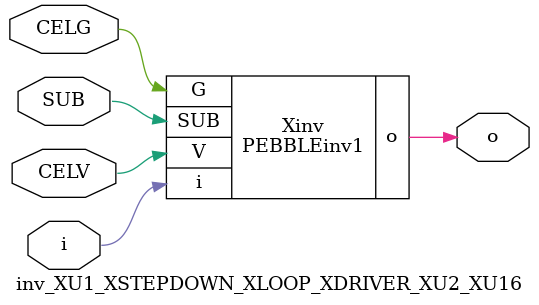
<source format=v>



module PEBBLEinv1 ( o, G, SUB, V, i );

  input V;
  input i;
  input G;
  output o;
  input SUB;
endmodule

//Celera Confidential Do Not Copy inv_XU1_XSTEPDOWN_XLOOP_XDRIVER_XU2_XU16
//Celera Confidential Symbol Generator
//5V Inverter
module inv_XU1_XSTEPDOWN_XLOOP_XDRIVER_XU2_XU16 (CELV,CELG,i,o,SUB);
input CELV;
input CELG;
input i;
input SUB;
output o;

//Celera Confidential Do Not Copy inv
PEBBLEinv1 Xinv(
.V (CELV),
.i (i),
.o (o),
.SUB (SUB),
.G (CELG)
);
//,diesize,PEBBLEinv1

//Celera Confidential Do Not Copy Module End
//Celera Schematic Generator
endmodule

</source>
